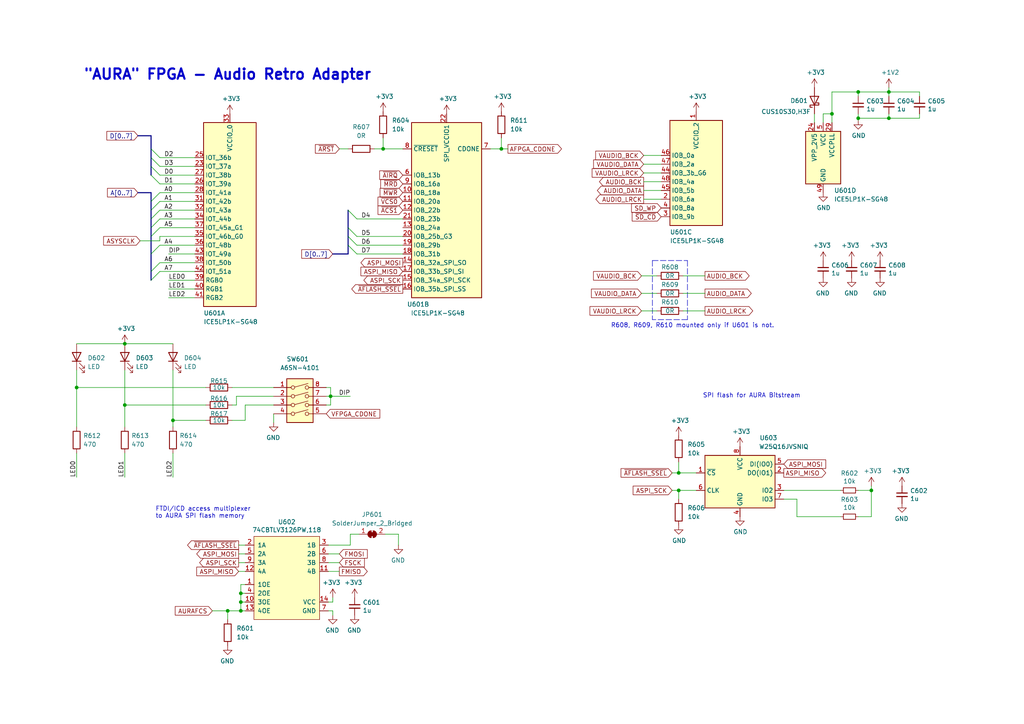
<source format=kicad_sch>
(kicad_sch (version 20211123) (generator eeschema)
  (paper "A4")
  (lib_symbols
    (symbol "Device:C_Small" (pin_numbers hide) (pin_names (offset 0.254) hide)
      (property "Reference" "C" (at 0.254 1.778 0))
      (property "Value" "C_Small" (at 0.254 -2.032 0))
      (symbol "C_Small_0_1"
        (polyline (pts (xy -1.524 -0.508) (xy 1.524 -0.508)) (stroke (width 0.3302)))
        (polyline (pts (xy -1.524 0.508) (xy 1.524 0.508)) (stroke (width 0.3048)))
      )
      (symbol "C_Small_1_1"
        (pin passive line (at 0 2.54 270) (length 2.032) (name "~") (number "1"))
        (pin passive line (at 0 -2.54 90) (length 2.032) (name "~") (number "2"))
      )
    )
    (symbol "Device:D_Schottky" (pin_numbers hide) (pin_names (offset 1.016) hide)
      (property "Reference" "D" (at 0 2.54 0))
      (property "Value" "D_Schottky" (at 0 -2.54 0))
      (symbol "D_Schottky_0_1"
        (polyline (pts (xy 1.27 0) (xy -1.27 0)))
        (polyline (pts (xy 1.27 1.27) (xy 1.27 -1.27) (xy -1.27 0) (xy 1.27 1.27)) (stroke (width 0.254)))
        (polyline (pts (xy -1.905 0.635) (xy -1.905 1.27) (xy -1.27 1.27) (xy -1.27 -1.27) (xy -0.635 -1.27) (xy -0.635 -0.635)) (stroke (width 0.254)))
      )
      (symbol "D_Schottky_1_1"
        (pin passive line (at -3.81 0 0) (length 2.54) (name "K") (number "1"))
        (pin passive line (at 3.81 0 180) (length 2.54) (name "A") (number "2"))
      )
    )
    (symbol "Device:LED" (pin_numbers hide) (pin_names (offset 1.016) hide)
      (property "Reference" "D" (at 0 2.54 0))
      (property "Value" "LED" (at 0 -2.54 0))
      (symbol "LED_0_1"
        (polyline (pts (xy -1.27 -1.27) (xy -1.27 1.27)) (stroke (width 0.254)))
        (polyline (pts (xy -1.27 0) (xy 1.27 0)))
        (polyline (pts (xy 1.27 -1.27) (xy 1.27 1.27) (xy -1.27 0) (xy 1.27 -1.27)) (stroke (width 0.254)))
        (polyline (pts (xy -3.048 -0.762) (xy -4.572 -2.286) (xy -3.81 -2.286) (xy -4.572 -2.286) (xy -4.572 -1.524)))
        (polyline (pts (xy -1.778 -0.762) (xy -3.302 -2.286) (xy -2.54 -2.286) (xy -3.302 -2.286) (xy -3.302 -1.524)))
      )
      (symbol "LED_1_1"
        (pin passive line (at -3.81 0 0) (length 2.54) (name "K") (number "1"))
        (pin passive line (at 3.81 0 180) (length 2.54) (name "A") (number "2"))
      )
    )
    (symbol "Device:R" (pin_numbers hide) (pin_names (offset 0))
      (property "Reference" "R" (at 2.032 0 90))
      (property "Value" "R" (at 0 0 90))
      (symbol "R_0_1"
        (rectangle (start -1.016 -2.54) (end 1.016 2.54) (stroke (width 0.254)))
      )
      (symbol "R_1_1"
        (pin passive line (at 0 3.81 270) (length 1.27) (name "~") (number "1"))
        (pin passive line (at 0 -3.81 90) (length 1.27) (name "~") (number "2"))
      )
    )
    (symbol "Device:R_Small" (pin_numbers hide) (pin_names (offset 0.254) hide)
      (property "Reference" "R" (at 0.762 0.508 0))
      (property "Value" "R_Small" (at 0.762 -1.016 0))
      (symbol "R_Small_0_1"
        (rectangle (start -0.762 1.778) (end 0.762 -1.778) (stroke (width 0.2032)))
      )
      (symbol "R_Small_1_1"
        (pin passive line (at 0 2.54 270) (length 0.762) (name "~") (number "1"))
        (pin passive line (at 0 -2.54 90) (length 0.762) (name "~") (number "2"))
      )
    )
    (symbol "FPGA_Lattice:ICE5LP1K-SG48"
      (property "Reference" "U" (at -8.89 -29.21 0))
      (property "Value" "ICE5LP1K-SG48" (at 0 -31.75 0))
      (symbol "ICE5LP1K-SG48_1_1"
        (rectangle (start -7.62 25.4) (end 7.62 -27.94) (stroke (width 0.254)) (fill (type background)))
        (pin bidirectional line (at -10.16 12.7 0) (length 2.54) (name "IOT_37a") (number "23"))
        (pin bidirectional line (at -10.16 15.24 0) (length 2.54) (name "IOT_36b") (number "25"))
        (pin bidirectional line (at -10.16 7.62 0) (length 2.54) (name "IOT_39a") (number "26"))
        (pin bidirectional line (at -10.16 10.16 0) (length 2.54) (name "IOT_38b") (number "27"))
        (pin bidirectional line (at -10.16 5.08 0) (length 2.54) (name "IOT_41a") (number "28"))
        (pin bidirectional line (at -10.16 2.54 0) (length 2.54) (name "IOT_42b") (number "31"))
        (pin bidirectional line (at -10.16 0 0) (length 2.54) (name "IOT_43a") (number "32"))
        (pin power_in line (at 0 27.94 270) (length 2.54) (name "VCCIO_0") (number "33"))
        (pin bidirectional line (at -10.16 -2.54 0) (length 2.54) (name "IOT_44b") (number "34"))
        (pin bidirectional line (at -10.16 -7.62 0) (length 2.54) (name "IOT_46b_G0") (number "35"))
        (pin bidirectional line (at -10.16 -10.16 0) (length 2.54) (name "IOT_48b") (number "36"))
        (pin bidirectional line (at -10.16 -5.08 0) (length 2.54) (name "IOT_45a_G1") (number "37"))
        (pin bidirectional line (at -10.16 -15.24 0) (length 2.54) (name "IOT_50b") (number "38"))
        (pin open_collector line (at -10.16 -20.32 0) (length 2.54) (name "RGB0") (number "39"))
        (pin open_collector line (at -10.16 -22.86 0) (length 2.54) (name "RGB1") (number "40"))
        (pin open_collector line (at -10.16 -25.4 0) (length 2.54) (name "RGB2") (number "41"))
        (pin bidirectional line (at -10.16 -17.78 0) (length 2.54) (name "IOT_51a") (number "42"))
        (pin bidirectional line (at -10.16 -12.7 0) (length 2.54) (name "IOT_49a") (number "43"))
      )
      (symbol "ICE5LP1K-SG48_2_1"
        (rectangle (start -10.16 25.4) (end 10.16 -25.4) (stroke (width 0.254)) (fill (type background)))
        (pin bidirectional line (at -12.7 5.08 0) (length 2.54) (name "IOB_18a") (number "10"))
        (pin bidirectional line (at -12.7 2.54 0) (length 2.54) (name "IOB_20a") (number "11"))
        (pin bidirectional line (at -12.7 0 0) (length 2.54) (name "IOB_22b") (number "12"))
        (pin bidirectional line (at -12.7 -5.08 0) (length 2.54) (name "IOB_24a") (number "13"))
        (pin bidirectional line (at -12.7 -15.24 0) (length 2.54) (name "IOB_32a_SPI_SO") (number "14"))
        (pin bidirectional line (at -12.7 -20.32 0) (length 2.54) (name "IOB_34a_SPI_SCK") (number "15"))
        (pin bidirectional line (at -12.7 -22.86 0) (length 2.54) (name "IOB_35b_SPI_SS") (number "16"))
        (pin bidirectional line (at -12.7 -17.78 0) (length 2.54) (name "IOB_33b_SPI_SI") (number "17"))
        (pin bidirectional line (at -12.7 -12.7 0) (length 2.54) (name "IOB_31b") (number "18"))
        (pin bidirectional line (at -12.7 -10.16 0) (length 2.54) (name "IOB_29b") (number "19"))
        (pin bidirectional line (at -12.7 -7.62 0) (length 2.54) (name "IOB_25b_G3") (number "20"))
        (pin bidirectional line (at -12.7 -2.54 0) (length 2.54) (name "IOB_23b") (number "21"))
        (pin power_in line (at 0 27.94 270) (length 2.54) (name "SPI_VCCIO1") (number "22"))
        (pin bidirectional line (at -12.7 10.16 0) (length 2.54) (name "IOB_13b") (number "6"))
        (pin open_collector line (at 12.7 17.78 180) (length 2.54) (name "CDONE") (number "7"))
        (pin input line (at -12.7 17.78 0) (length 2.54) (name "~{CRESET}") (number "8"))
        (pin bidirectional line (at -12.7 7.62 0) (length 2.54) (name "IOB_16a") (number "9"))
      )
      (symbol "ICE5LP1K-SG48_3_1"
        (rectangle (start -7.62 15.24) (end 7.62 -15.24) (stroke (width 0.254)) (fill (type background)))
        (pin power_in line (at 0 17.78 270) (length 2.54) (name "VCCIO_2") (number "1"))
        (pin bidirectional line (at -10.16 -7.62 0) (length 2.54) (name "IOB_6a") (number "2"))
        (pin bidirectional line (at -10.16 -12.7 0) (length 2.54) (name "IOB_9b") (number "3"))
        (pin bidirectional line (at -10.16 -10.16 0) (length 2.54) (name "IOB_8a") (number "4"))
        (pin bidirectional line (at -10.16 0 0) (length 2.54) (name "IOB_3b_G6") (number "44"))
        (pin bidirectional line (at -10.16 -5.08 0) (length 2.54) (name "IOB_5b") (number "45"))
        (pin bidirectional line (at -10.16 5.08 0) (length 2.54) (name "IOB_0a") (number "46"))
        (pin bidirectional line (at -10.16 2.54 0) (length 2.54) (name "IOB_2a") (number "47"))
        (pin bidirectional line (at -10.16 -2.54 0) (length 2.54) (name "IOB_4a") (number "48"))
      )
      (symbol "ICE5LP1K-SG48_4_1"
        (rectangle (start -5.08 7.62) (end 5.08 -7.62) (stroke (width 0.254)) (fill (type background)))
        (pin power_in line (at -2.54 10.16 270) (length 2.54) (name "VPP_2V5") (number "24"))
        (pin power_out line (at 2.54 10.16 270) (length 2.54) (name "VCCPLL") (number "29"))
        (pin passive line (at 0 10.16 270) (length 2.54) hide (name "VCC") (number "30"))
        (pin power_in line (at 0 -10.16 90) (length 2.54) (name "GND") (number "49"))
        (pin power_in line (at 0 10.16 270) (length 2.54) (name "VCC") (number "5"))
      )
    )
    (symbol "Jumper:SolderJumper_2_Bridged" (pin_names (offset 0) hide)
      (property "Reference" "JP" (at 0 2.032 0))
      (property "Value" "SolderJumper_2_Bridged" (at 0 -2.54 0))
      (symbol "SolderJumper_2_Bridged_0_1"
        (rectangle (start -0.508 0.508) (end 0.508 -0.508) (fill (type outline)))
        (arc (start -0.254 1.016) (mid -1.27 0) (end -0.254 -1.016))
        (arc (start -0.254 1.016) (mid -1.27 0) (end -0.254 -1.016) (fill (type outline)))
        (polyline (pts (xy -0.254 1.016) (xy -0.254 -1.016)))
        (polyline (pts (xy 0.254 1.016) (xy 0.254 -1.016)))
        (arc (start 0.254 -1.016) (mid 1.27 0) (end 0.254 1.016))
        (arc (start 0.254 -1.016) (mid 1.27 0) (end 0.254 1.016) (fill (type outline)))
      )
      (symbol "SolderJumper_2_Bridged_1_1"
        (pin passive line (at -3.81 0 0) (length 2.54) (name "A") (number "1"))
        (pin passive line (at 3.81 0 180) (length 2.54) (name "B") (number "2"))
      )
    )
    (symbol "Memory_Flash:W25Q32JVSS"
      (property "Reference" "U" (at -8.89 8.89 0))
      (property "Value" "W25Q32JVSS" (at 7.62 8.89 0))
      (symbol "W25Q32JVSS_0_1"
        (rectangle (start -10.16 7.62) (end 10.16 -7.62) (stroke (width 0.254)) (fill (type background)))
      )
      (symbol "W25Q32JVSS_1_1"
        (pin input line (at -12.7 2.54 0) (length 2.54) (name "~{CS}") (number "1"))
        (pin bidirectional line (at 12.7 2.54 180) (length 2.54) (name "DO(IO1)") (number "2"))
        (pin bidirectional line (at 12.7 -2.54 180) (length 2.54) (name "IO2") (number "3"))
        (pin power_in line (at 0 -10.16 90) (length 2.54) (name "GND") (number "4"))
        (pin bidirectional line (at 12.7 5.08 180) (length 2.54) (name "DI(IO0)") (number "5"))
        (pin input line (at -12.7 -2.54 0) (length 2.54) (name "CLK") (number "6"))
        (pin bidirectional line (at 12.7 -5.08 180) (length 2.54) (name "IO3") (number "7"))
        (pin power_in line (at 0 10.16 270) (length 2.54) (name "VCC") (number "8"))
      )
    )
    (symbol "Switch:SW_DIP_x04" (pin_names (offset 0) hide)
      (property "Reference" "SW" (at 0 8.89 0))
      (property "Value" "SW_DIP_x04" (at 0 -6.35 0))
      (symbol "SW_DIP_x04_0_0"
        (circle (center -2.032 -2.54) (radius 0.508))
        (circle (center -2.032 0) (radius 0.508))
        (circle (center -2.032 2.54) (radius 0.508))
        (circle (center -2.032 5.08) (radius 0.508))
        (polyline (pts (xy -1.524 -2.3876) (xy 2.3622 -1.3462)))
        (polyline (pts (xy -1.524 0.127) (xy 2.3622 1.1684)))
        (polyline (pts (xy -1.524 2.667) (xy 2.3622 3.7084)))
        (polyline (pts (xy -1.524 5.207) (xy 2.3622 6.2484)))
        (circle (center 2.032 -2.54) (radius 0.508))
        (circle (center 2.032 0) (radius 0.508))
        (circle (center 2.032 2.54) (radius 0.508))
        (circle (center 2.032 5.08) (radius 0.508))
      )
      (symbol "SW_DIP_x04_0_1"
        (rectangle (start -3.81 7.62) (end 3.81 -5.08) (stroke (width 0.254)) (fill (type background)))
      )
      (symbol "SW_DIP_x04_1_1"
        (pin passive line (at -7.62 5.08 0) (length 5.08) (name "~") (number "1"))
        (pin passive line (at -7.62 2.54 0) (length 5.08) (name "~") (number "2"))
        (pin passive line (at -7.62 0 0) (length 5.08) (name "~") (number "3"))
        (pin passive line (at -7.62 -2.54 0) (length 5.08) (name "~") (number "4"))
        (pin passive line (at 7.62 -2.54 180) (length 5.08) (name "~") (number "5"))
        (pin passive line (at 7.62 0 180) (length 5.08) (name "~") (number "6"))
        (pin passive line (at 7.62 2.54 180) (length 5.08) (name "~") (number "7"))
        (pin passive line (at 7.62 5.08 180) (length 5.08) (name "~") (number "8"))
      )
    )
    (symbol "power:+1V2" (power) (pin_names (offset 0))
      (property "Value" "+1V2" (at 0 3.556 0))
      (symbol "+1V2_0_1"
        (polyline (pts (xy -0.762 1.27) (xy 0 2.54)))
        (polyline (pts (xy 0 0) (xy 0 2.54)))
        (polyline (pts (xy 0 2.54) (xy 0.762 1.27)))
      )
      (symbol "+1V2_1_1"
        (pin power_in line (at 0 0 90) (length 0) hide (name "+1V2") (number "1"))
      )
    )
    (symbol "power:+3V3" (power) (pin_names (offset 0))
      (property "Value" "+3V3" (at 0 3.556 0))
      (symbol "+3V3_0_1"
        (polyline (pts (xy -0.762 1.27) (xy 0 2.54)))
        (polyline (pts (xy 0 0) (xy 0 2.54)))
        (polyline (pts (xy 0 2.54) (xy 0.762 1.27)))
      )
      (symbol "+3V3_1_1"
        (pin power_in line (at 0 0 90) (length 0) hide (name "+3V3") (number "1"))
      )
    )
    (symbol "power:GND" (power) (pin_names (offset 0))
      (property "Value" "GND" (at 0 -3.81 0))
      (symbol "GND_0_1"
        (polyline (pts (xy 0 0) (xy 0 -1.27) (xy 1.27 -1.27) (xy 0 -2.54) (xy -1.27 -1.27) (xy 0 -1.27)))
      )
      (symbol "GND_1_1"
        (pin power_in line (at 0 0 270) (length 0) hide (name "GND") (number "1"))
      )
    )
    (symbol "vera-module:74CBTLV3126PW,118" (pin_names (offset 1.016))
      (property "Reference" "U" (at 1.27 1.27 0))
      (property "Value" "74CBTLV3126PW,118" (at 7.62 -25.4 0))
      (symbol "74CBTLV3126PW,118_0_1"
        (rectangle (start 0 0) (end 19.05 -24.13) (fill (type background)))
      )
      (symbol "74CBTLV3126PW,118_1_1"
        (pin input line (at -2.54 -13.97 0) (length 2.54) (name "1OE") (number "1"))
        (pin input line (at -2.54 -19.05 0) (length 2.54) (name "3OE") (number "10"))
        (pin bidirectional line (at 21.59 -10.16 180) (length 2.54) (name "4B") (number "11"))
        (pin bidirectional line (at -2.54 -10.16 0) (length 2.54) (name "4A") (number "12"))
        (pin input line (at -2.54 -21.59 0) (length 2.54) (name "4OE") (number "13"))
        (pin power_in line (at 21.59 -19.05 180) (length 2.54) (name "VCC") (number "14"))
        (pin bidirectional line (at -2.54 -2.54 0) (length 2.54) (name "1A") (number "2"))
        (pin bidirectional line (at 21.59 -2.54 180) (length 2.54) (name "1B") (number "3"))
        (pin input line (at -2.54 -16.51 0) (length 2.54) (name "2OE") (number "4"))
        (pin bidirectional line (at -2.54 -5.08 0) (length 2.54) (name "2A") (number "5"))
        (pin bidirectional line (at 21.59 -5.08 180) (length 2.54) (name "2B") (number "6"))
        (pin power_in line (at 21.59 -21.59 180) (length 2.54) (name "GND") (number "7"))
        (pin bidirectional line (at 21.59 -7.62 180) (length 2.54) (name "3B") (number "8"))
        (pin bidirectional line (at -2.54 -7.62 0) (length 2.54) (name "3A") (number "9"))
      )
    )
  )
  (junction (at 66.04 177.165))
  (junction (at 69.85 177.165))
  (junction (at 248.92 34.29))
  (junction (at 69.85 172.085))
  (junction (at 196.85 142.24))
  (junction (at 36.195 99.695))
  (junction (at 36.195 117.475))
  (junction (at 69.85 174.625))
  (junction (at 257.81 34.29))
  (junction (at 248.92 26.67))
  (junction (at 241.3 33.02))
  (junction (at 22.225 112.395))
  (junction (at 257.81 26.67))
  (junction (at 95.885 114.935))
  (junction (at 196.85 137.16))
  (junction (at 252.73 142.24))
  (junction (at 50.165 121.92))
  (junction (at 111.125 43.18))
  (junction (at 145.415 43.18))
  (bus_entry (at 43.815 66.04) (size 2.54 -2.54))
  (bus_entry (at 43.815 60.96) (size 2.54 -2.54))
  (bus_entry (at 43.815 58.42) (size 2.54 -2.54))
  (bus_entry (at 100.965 71.12) (size 2.54 2.54))
  (bus_entry (at 43.815 43.18) (size 2.54 2.54))
  (bus_entry (at 100.965 68.58) (size 2.54 2.54))
  (bus_entry (at 100.965 66.04) (size 2.54 2.54))
  (bus_entry (at 100.965 60.96) (size 2.54 2.54))
  (bus_entry (at 43.815 81.28) (size 2.54 -2.54))
  (bus_entry (at 43.815 78.74) (size 2.54 -2.54))
  (bus_entry (at 43.815 63.5) (size 2.54 -2.54))
  (bus_entry (at 43.815 45.72) (size 2.54 2.54))
  (bus_entry (at 43.815 48.26) (size 2.54 2.54))
  (bus_entry (at 43.815 73.66) (size 2.54 -2.54))
  (bus_entry (at 43.815 50.8) (size 2.54 2.54))
  (bus_entry (at 43.815 68.58) (size 2.54 -2.54))
  (bus (pts (xy 43.815 58.42) (xy 43.815 60.96)))
  (wire (pts (xy 46.355 55.88) (xy 56.515 55.88)))
  (wire (pts (xy 46.355 50.8) (xy 56.515 50.8)))
  (wire (pts (xy 103.505 71.12) (xy 116.84 71.12)))
  (wire (pts (xy 79.375 120.015) (xy 79.375 122.555)))
  (wire (pts (xy 71.12 121.92) (xy 67.31 121.92)))
  (wire (pts (xy 56.515 53.34) (xy 46.355 53.34)))
  (wire (pts (xy 46.355 68.58) (xy 46.355 69.85)))
  (wire (pts (xy 71.12 117.475) (xy 71.12 121.92)))
  (wire (pts (xy 36.195 107.315) (xy 36.195 117.475)))
  (wire (pts (xy 186.69 55.245) (xy 191.77 55.245)))
  (wire (pts (xy 248.92 149.86) (xy 252.73 149.86)))
  (wire (pts (xy 46.355 78.74) (xy 56.515 78.74)))
  (wire (pts (xy 103.505 68.58) (xy 116.84 68.58)))
  (wire (pts (xy 48.895 83.82) (xy 56.515 83.82)))
  (wire (pts (xy 67.31 112.395) (xy 79.375 112.395)))
  (wire (pts (xy 98.425 160.655) (xy 95.25 160.655)))
  (wire (pts (xy 46.355 66.04) (xy 56.515 66.04)))
  (wire (pts (xy 95.885 114.935) (xy 101.6 114.935)))
  (wire (pts (xy 69.85 177.165) (xy 71.12 177.165)))
  (wire (pts (xy 198.12 80.01) (xy 204.47 80.01)))
  (wire (pts (xy 238.76 35.56) (xy 238.76 33.02)))
  (wire (pts (xy 46.355 60.96) (xy 56.515 60.96)))
  (polyline (pts (xy 199.39 92.71) (xy 189.23 92.71)))
  (bus (pts (xy 43.815 66.04) (xy 43.815 68.58)))
  (wire (pts (xy 196.85 133.985) (xy 196.85 137.16)))
  (wire (pts (xy 241.3 33.02) (xy 241.3 26.67)))
  (wire (pts (xy 252.73 149.86) (xy 252.73 142.24)))
  (bus (pts (xy 40.005 39.37) (xy 43.815 39.37)))
  (bus (pts (xy 43.815 60.96) (xy 43.815 63.5)))
  (wire (pts (xy 198.12 90.17) (xy 204.47 90.17)))
  (wire (pts (xy 257.81 34.29) (xy 257.81 33.02)))
  (wire (pts (xy 69.215 165.735) (xy 71.12 165.735)))
  (bus (pts (xy 43.815 73.66) (xy 43.815 78.74)))
  (wire (pts (xy 96.52 177.165) (xy 96.52 178.435)))
  (wire (pts (xy 238.76 33.02) (xy 241.3 33.02)))
  (wire (pts (xy 46.355 48.26) (xy 56.515 48.26)))
  (wire (pts (xy 46.355 76.2) (xy 56.515 76.2)))
  (wire (pts (xy 56.515 68.58) (xy 46.355 68.58)))
  (wire (pts (xy 95.25 174.625) (xy 96.52 174.625)))
  (wire (pts (xy 196.85 142.24) (xy 196.85 144.78)))
  (wire (pts (xy 196.85 137.16) (xy 201.93 137.16)))
  (bus (pts (xy 43.815 43.18) (xy 43.815 39.37)))
  (wire (pts (xy 95.885 112.395) (xy 94.615 112.395)))
  (wire (pts (xy 46.355 45.72) (xy 56.515 45.72)))
  (wire (pts (xy 71.12 172.085) (xy 69.85 172.085)))
  (wire (pts (xy 194.945 142.24) (xy 196.85 142.24)))
  (wire (pts (xy 79.375 114.935) (xy 68.58 114.935)))
  (wire (pts (xy 266.7 34.29) (xy 266.7 33.02)))
  (wire (pts (xy 95.25 163.195) (xy 98.425 163.195)))
  (wire (pts (xy 252.73 142.24) (xy 252.73 140.97)))
  (wire (pts (xy 186.69 45.085) (xy 191.77 45.085)))
  (wire (pts (xy 145.415 40.005) (xy 145.415 43.18)))
  (wire (pts (xy 243.84 149.86) (xy 231.14 149.86)))
  (wire (pts (xy 48.895 81.28) (xy 56.515 81.28)))
  (wire (pts (xy 103.505 73.66) (xy 116.84 73.66)))
  (wire (pts (xy 22.225 112.395) (xy 22.225 123.825)))
  (wire (pts (xy 94.615 114.935) (xy 95.885 114.935)))
  (wire (pts (xy 236.22 33.02) (xy 236.22 35.56)))
  (wire (pts (xy 69.85 174.625) (xy 69.85 177.165)))
  (polyline (pts (xy 189.23 75.565) (xy 199.39 75.565)))
  (wire (pts (xy 116.84 43.18) (xy 111.125 43.18)))
  (bus (pts (xy 100.965 73.66) (xy 100.965 71.12)))
  (wire (pts (xy 196.85 142.24) (xy 201.93 142.24)))
  (wire (pts (xy 186.69 47.625) (xy 191.77 47.625)))
  (wire (pts (xy 95.25 177.165) (xy 96.52 177.165)))
  (wire (pts (xy 227.33 144.78) (xy 231.14 144.78)))
  (wire (pts (xy 50.165 121.92) (xy 59.69 121.92)))
  (bus (pts (xy 43.815 55.88) (xy 43.815 58.42)))
  (wire (pts (xy 145.415 43.18) (xy 147.32 43.18)))
  (wire (pts (xy 248.92 34.29) (xy 248.92 34.925)))
  (polyline (pts (xy 199.39 75.565) (xy 199.39 92.71)))
  (wire (pts (xy 186.055 90.17) (xy 190.5 90.17)))
  (wire (pts (xy 101.6 158.115) (xy 95.25 158.115)))
  (wire (pts (xy 101.6 154.94) (xy 101.6 158.115)))
  (wire (pts (xy 103.505 63.5) (xy 116.84 63.5)))
  (wire (pts (xy 40.64 69.85) (xy 46.355 69.85)))
  (wire (pts (xy 50.165 123.825) (xy 50.165 121.92)))
  (bus (pts (xy 43.815 50.8) (xy 43.815 48.26)))
  (wire (pts (xy 96.52 174.625) (xy 96.52 173.355)))
  (wire (pts (xy 48.895 86.36) (xy 56.515 86.36)))
  (wire (pts (xy 142.24 43.18) (xy 145.415 43.18)))
  (bus (pts (xy 43.815 68.58) (xy 43.815 73.66)))
  (wire (pts (xy 266.7 26.67) (xy 257.81 26.67)))
  (wire (pts (xy 186.69 50.165) (xy 191.77 50.165)))
  (wire (pts (xy 69.215 158.115) (xy 71.12 158.115)))
  (bus (pts (xy 43.815 78.74) (xy 43.815 81.28)))
  (wire (pts (xy 231.14 149.86) (xy 231.14 144.78)))
  (wire (pts (xy 36.195 117.475) (xy 59.69 117.475)))
  (bus (pts (xy 96.52 73.66) (xy 100.965 73.66)))
  (wire (pts (xy 186.69 52.705) (xy 191.77 52.705)))
  (wire (pts (xy 95.885 117.475) (xy 95.885 114.935)))
  (wire (pts (xy 69.215 160.655) (xy 71.12 160.655)))
  (wire (pts (xy 36.195 99.695) (xy 50.165 99.695)))
  (wire (pts (xy 95.885 114.935) (xy 95.885 112.395)))
  (wire (pts (xy 241.3 26.67) (xy 248.92 26.67)))
  (wire (pts (xy 248.92 34.29) (xy 257.81 34.29)))
  (wire (pts (xy 69.85 169.545) (xy 69.85 172.085)))
  (bus (pts (xy 43.815 63.5) (xy 43.815 66.04)))
  (wire (pts (xy 22.225 99.695) (xy 36.195 99.695)))
  (bus (pts (xy 40.005 55.88) (xy 43.815 55.88)))
  (polyline (pts (xy 189.23 75.565) (xy 189.23 92.71)))
  (wire (pts (xy 68.58 114.935) (xy 68.58 117.475)))
  (wire (pts (xy 111.76 154.94) (xy 115.57 154.94)))
  (wire (pts (xy 252.73 142.24) (xy 248.92 142.24)))
  (wire (pts (xy 198.12 85.09) (xy 204.47 85.09)))
  (wire (pts (xy 50.165 107.315) (xy 50.165 121.92)))
  (wire (pts (xy 69.85 172.085) (xy 69.85 174.625)))
  (wire (pts (xy 111.125 43.18) (xy 111.125 40.005)))
  (wire (pts (xy 79.375 117.475) (xy 71.12 117.475)))
  (wire (pts (xy 266.7 27.94) (xy 266.7 26.67)))
  (wire (pts (xy 48.895 73.66) (xy 56.515 73.66)))
  (wire (pts (xy 115.57 154.94) (xy 115.57 158.115)))
  (wire (pts (xy 257.81 34.29) (xy 266.7 34.29)))
  (wire (pts (xy 69.215 163.195) (xy 71.12 163.195)))
  (wire (pts (xy 66.04 179.705) (xy 66.04 177.165)))
  (wire (pts (xy 186.69 57.785) (xy 191.77 57.785)))
  (wire (pts (xy 50.165 131.445) (xy 50.165 138.43)))
  (wire (pts (xy 61.595 177.165) (xy 66.04 177.165)))
  (bus (pts (xy 100.965 68.58) (xy 100.965 66.04)))
  (wire (pts (xy 36.195 117.475) (xy 36.195 123.825)))
  (wire (pts (xy 108.585 43.18) (xy 111.125 43.18)))
  (wire (pts (xy 36.195 131.445) (xy 36.195 138.43)))
  (bus (pts (xy 43.815 45.72) (xy 43.815 43.18)))
  (wire (pts (xy 104.14 154.94) (xy 101.6 154.94)))
  (wire (pts (xy 257.81 26.67) (xy 248.92 26.67)))
  (wire (pts (xy 194.945 137.16) (xy 196.85 137.16)))
  (wire (pts (xy 22.225 112.395) (xy 59.69 112.395)))
  (bus (pts (xy 100.965 66.04) (xy 100.965 60.96)))
  (wire (pts (xy 98.425 43.18) (xy 100.965 43.18)))
  (wire (pts (xy 241.3 33.02) (xy 241.3 35.56)))
  (wire (pts (xy 46.355 71.12) (xy 56.515 71.12)))
  (wire (pts (xy 22.225 107.315) (xy 22.225 112.395)))
  (wire (pts (xy 22.225 131.445) (xy 22.225 138.43)))
  (wire (pts (xy 257.81 26.67) (xy 257.81 27.94)))
  (wire (pts (xy 95.25 165.735) (xy 98.425 165.735)))
  (wire (pts (xy 186.055 80.01) (xy 190.5 80.01)))
  (wire (pts (xy 71.12 169.545) (xy 69.85 169.545)))
  (wire (pts (xy 248.92 33.02) (xy 248.92 34.29)))
  (bus (pts (xy 43.815 48.26) (xy 43.815 45.72)))
  (wire (pts (xy 46.355 58.42) (xy 56.515 58.42)))
  (bus (pts (xy 100.965 71.12) (xy 100.965 68.58)))
  (wire (pts (xy 46.355 63.5) (xy 56.515 63.5)))
  (wire (pts (xy 68.58 117.475) (xy 67.31 117.475)))
  (wire (pts (xy 186.055 85.09) (xy 190.5 85.09)))
  (wire (pts (xy 257.81 25.4) (xy 257.81 26.67)))
  (wire (pts (xy 94.615 117.475) (xy 95.885 117.475)))
  (wire (pts (xy 66.04 177.165) (xy 69.85 177.165)))
  (wire (pts (xy 227.33 142.24) (xy 243.84 142.24)))
  (wire (pts (xy 248.92 26.67) (xy 248.92 27.94)))
  (wire (pts (xy 71.12 174.625) (xy 69.85 174.625)))
  (text "R608, R609, R610 mounted only if U601 is not." (at 177.165 95.25 0) (effects (font (size 1.27 1.27)) (justify left bottom)))
  (text "\"AURA\" FPGA - Audio Retro Adapter" (at 24.13 23.495 0) (effects (font (size 3 3) (thickness 0.6) bold) (justify left bottom)))
  (text "TBD: LED footprint" (at -65.405 75.565 0) (effects (font (size 3 3)) (justify left bottom)))
  (text "FTDI/ICD access multiplexer \nto AURA SPI flash memory " (at 45.085 150.495 0) (effects (font (size 1.27 1.27)) (justify left bottom)))
  (text "SPI flash for AURA Bitstream" (at 203.835 115.57 0) (effects (font (size 1.27 1.27)) (justify left bottom)))
  (text "TBD: \n* add CDONE LED\n* add user btn" (at -83.185 100.965 0) (effects (font (size 3 3)) (justify left bottom)))
  (label "A4" (at 47.625 71.12 0))
  (label "D6" (at 104.775 71.12 0))
  (label "A1" (at 47.625 58.42 0))
  (label "A6" (at 47.625 76.2 0))
  (label "LED0" (at 22.225 138.43 90))
  (label "LED2" (at 48.895 86.36 0))
  (label "D2" (at 47.625 45.72 0))
  (label "D5" (at 104.775 68.58 0))
  (label "A0" (at 47.625 55.88 0))
  (label "A2" (at 47.625 60.96 0))
  (label "LED2" (at 50.165 138.43 90))
  (label "D7" (at 104.775 73.66 0))
  (label "A7" (at 47.625 78.74 0))
  (label "LED0" (at 48.895 81.28 0))
  (label "A5" (at 47.625 66.04 0))
  (label "D0" (at 47.625 50.8 0))
  (label "LED1" (at 36.195 138.43 90))
  (label "LED1" (at 48.895 83.82 0))
  (label "D1" (at 47.625 53.34 0))
  (label "D3" (at 47.625 48.26 0))
  (label "D4" (at 104.775 63.5 0))
  (label "DIP" (at 101.6 114.935 180))
  (label "A3" (at 47.625 63.5 0))
  (label "DIP" (at 48.895 73.66 0))
  (global_label "VAUDIO_BCK" (shape input) (at 186.055 80.01 180) (property "Intersheet References" "${INTERSHEET_REFS}" (effects hide)))
  (global_label "~{AFLASH_SSEL}" (shape output) (at 69.215 158.115 180) (property "Intersheet References" "${INTERSHEET_REFS}" (effects hide)))
  (global_label "~{AFLASH_SSEL}" (shape input) (at 194.945 137.16 180) (property "Intersheet References" "${INTERSHEET_REFS}" (effects hide)))
  (global_label "AUDIO_DATA" (shape output) (at 204.47 85.09 0) (property "Intersheet References" "${INTERSHEET_REFS}" (effects hide)))
  (global_label "AFPGA_CDONE" (shape output) (at 147.32 43.18 0) (property "Reference mezi listy" "${INTERSHEET_REFS}" (effects hide)))
  (global_label "ASPI_SCK" (shape output) (at 69.215 163.195 180) (property "Intersheet References" "${INTERSHEET_REFS}" (effects hide)))
  (global_label "~{VCS0}" (shape input) (at 116.84 58.42 180) (property "Intersheet References" "${INTERSHEET_REFS}" (effects hide)))
  (global_label "AUDIO_LRCK" (shape output) (at 204.47 90.17 0) (property "Intersheet References" "${INTERSHEET_REFS}" (effects hide)))
  (global_label "VAUDIO_LRCK" (shape input) (at 186.69 50.165 180) (property "Intersheet References" "${INTERSHEET_REFS}" (effects hide)))
  (global_label "AUDIO_BCK" (shape output) (at 204.47 80.01 0) (property "Intersheet References" "${INTERSHEET_REFS}" (effects hide)))
  (global_label "D[0..7]" (shape input) (at 40.005 39.37 180) (property "Intersheet References" "${INTERSHEET_REFS}" (effects hide)))
  (global_label "~{SD_CD}" (shape input) (at 191.77 62.865 180) (property "Intersheet References" "${INTERSHEET_REFS}" (effects hide)))
  (global_label "~{AIRQ}" (shape input) (at 116.84 50.8 180) (property "Intersheet References" "${INTERSHEET_REFS}" (effects hide)))
  (global_label "ASYSCLK" (shape input) (at 40.64 69.85 180) (property "Intersheet References" "${INTERSHEET_REFS}" (effects hide)))
  (global_label "ASPI_MISO" (shape input) (at 116.84 78.74 180) (property "Intersheet References" "${INTERSHEET_REFS}" (effects hide)))
  (global_label "ASPI_MOSI" (shape output) (at 116.84 76.2 180) (property "Intersheet References" "${INTERSHEET_REFS}" (effects hide)))
  (global_label "ASPI_SCK" (shape output) (at 116.84 81.28 180) (property "Intersheet References" "${INTERSHEET_REFS}" (effects hide)))
  (global_label "ASPI_MISO" (shape input) (at 69.215 165.735 180) (property "Intersheet References" "${INTERSHEET_REFS}" (effects hide)))
  (global_label "ASPI_MOSI" (shape output) (at 69.215 160.655 180) (property "Intersheet References" "${INTERSHEET_REFS}" (effects hide)))
  (global_label "VAUDIO_DATA" (shape input) (at 186.69 47.625 180) (property "Intersheet References" "${INTERSHEET_REFS}" (effects hide)))
  (global_label "VAUDIO_DATA" (shape input) (at 186.055 85.09 180) (property "Intersheet References" "${INTERSHEET_REFS}" (effects hide)))
  (global_label "~{ARST}" (shape input) (at 98.425 43.18 180) (property "Intersheet References" "${INTERSHEET_REFS}" (effects hide)))
  (global_label "AUDIO_BCK" (shape output) (at 186.69 52.705 180) (property "Intersheet References" "${INTERSHEET_REFS}" (effects hide)))
  (global_label "FSCK" (shape input) (at 98.425 163.195 0) (property "Intersheet References" "${INTERSHEET_REFS}" (effects hide)))
  (global_label "AURAFCS" (shape input) (at 61.595 177.165 180) (property "Intersheet References" "${INTERSHEET_REFS}" (effects hide)))
  (global_label "~{MWR}" (shape input) (at 116.84 55.88 180) (property "Intersheet References" "${INTERSHEET_REFS}" (effects hide)))
  (global_label "AUDIO_LRCK" (shape output) (at 186.69 57.785 180) (property "Intersheet References" "${INTERSHEET_REFS}" (effects hide)))
  (global_label "VAUDIO_LRCK" (shape input) (at 186.055 90.17 180) (property "Intersheet References" "${INTERSHEET_REFS}" (effects hide)))
  (global_label "FMOSI" (shape input) (at 98.425 160.655 0) (property "Intersheet References" "${INTERSHEET_REFS}" (effects hide)))
  (global_label "VAUDIO_BCK" (shape input) (at 186.69 45.085 180) (property "Intersheet References" "${INTERSHEET_REFS}" (effects hide)))
  (global_label "AUDIO_DATA" (shape output) (at 186.69 55.245 180) (property "Intersheet References" "${INTERSHEET_REFS}" (effects hide)))
  (global_label "D[0..7]" (shape input) (at 96.52 73.66 180) (property "Intersheet References" "${INTERSHEET_REFS}" (effects hide)))
  (global_label "~{ACS1}" (shape input) (at 116.84 60.96 180) (property "Intersheet References" "${INTERSHEET_REFS}" (effects hide)))
  (global_label "A[0..7]" (shape input) (at 40.005 55.88 180) (property "Intersheet References" "${INTERSHEET_REFS}" (effects hide)))
  (global_label "SD_WP" (shape input) (at 191.77 60.325 180) (property "Intersheet References" "${INTERSHEET_REFS}" (effects hide)))
  (global_label "VFPGA_CDONE" (shape input) (at 94.615 120.015 0) (property "Intersheet References" "${INTERSHEET_REFS}" (effects hide)))
  (global_label "~{MRD}" (shape input) (at 116.84 53.34 180) (property "Intersheet References" "${INTERSHEET_REFS}" (effects hide)))
  (global_label "ASPI_SCK" (shape input) (at 194.945 142.24 180) (property "Intersheet References" "${INTERSHEET_REFS}" (effects hide)))
  (global_label "ASPI_MOSI" (shape input) (at 227.33 134.62 0) (property "Intersheet References" "${INTERSHEET_REFS}" (effects hide)))
  (global_label "FMISO" (shape output) (at 98.425 165.735 0) (property "Intersheet References" "${INTERSHEET_REFS}" (effects hide)))
  (global_label "~{AFLASH_SSEL}" (shape output) (at 116.84 83.82 180) (property "Intersheet References" "${INTERSHEET_REFS}" (effects hide)))
  (global_label "ASPI_MISO" (shape output) (at 227.33 137.16 0) (property "Intersheet References" "${INTERSHEET_REFS}" (effects hide)))
  (symbol (lib_id "Device:C_Small") (at 247.015 78.105 0) (unit 1)
    (property "Reference" "C607" (at 249.3518 76.9366 0) (effects (justify left)))
    (property "Value" "1u" (at 249.3518 79.248 0) (effects (justify left)))
    (property "Footprint" "Capacitor_SMD:C_0603_1608Metric_Pad1.08x0.95mm_HandSolder" (effects hide))
  )
  (symbol (lib_id "power:GND") (at 238.76 80.645 0) (mirror y) (unit 1)
    (property "Reference" "#PWR0623" (effects hide))
    (property "Value" "GND" (at 238.633 85.0392 0))
  )
  (symbol (lib_id "power:GND") (at 96.52 178.435 0) (mirror y) (unit 1)
    (property "Reference" "#PWR0604" (effects hide))
    (property "Value" "GND" (at 96.393 182.8292 0))
  )
  (symbol (lib_id "power:+3V3") (at 196.85 126.365 0) (unit 1)
    (property "Reference" "#PWR0617" (effects hide))
    (property "Value" "+3V3" (at 197.231 121.9708 0))
  )
  (symbol (lib_id "Device:R_Small") (at 246.38 149.86 270) (unit 1)
    (property "Reference" "R603" (at 246.38 144.8816 90))
    (property "Value" "10k" (at 246.38 147.193 90))
    (property "Footprint" "Resistor_SMD:R_0603_1608Metric_Pad0.98x0.95mm_HandSolder" (effects hide))
  )
  (symbol (lib_id "power:+3V3") (at 36.195 99.695 0) (unit 1)
    (property "Reference" "#PWR0629" (effects hide))
    (property "Value" "+3V3" (at 36.576 95.3008 0))
  )
  (symbol (lib_id "Device:R") (at 63.5 121.92 90) (unit 1)
    (property "Reference" "R617" (at 63.5 120.015 90))
    (property "Value" "10k" (at 63.5 121.92 90))
    (property "Footprint" "Resistor_SMD:R_0603_1608Metric_Pad0.98x0.95mm_HandSolder" (effects hide))
  )
  (symbol (lib_id "FPGA_Lattice:ICE5LP1K-SG48") (at 238.76 45.72 0) (unit 4)
    (property "Reference" "U601" (at 241.935 55.245 0) (effects (justify left)))
    (property "Value" "ICE5LP1K-SG48" (at 241.935 57.785 0) (effects (justify left)))
    (property "Footprint" "Package_DFN_QFN:QFN-48-1EP_7x7mm_P0.5mm_EP5.6x5.6mm" (effects hide))
    (property "Datasheet" "http://www.latticesemi.com/Products/FPGAandCPLD/iCE40Ultra" (effects hide))
  )
  (symbol (lib_id "power:+3V3") (at 66.675 33.02 0) (unit 1)
    (property "Reference" "#PWR0602" (effects hide))
    (property "Value" "+3V3" (at 67.056 28.6258 0))
  )
  (symbol (lib_id "Device:R") (at 194.31 85.09 90) (mirror x) (unit 1) (in_bom no)
    (property "Reference" "R609" (at 194.31 82.55 90))
    (property "Value" "0R" (at 194.31 85.09 90))
    (property "Footprint" "Resistor_SMD:R_0603_1608Metric_Pad0.98x0.95mm_HandSolder" (effects hide))
  )
  (symbol (lib_id "Device:R") (at 196.85 148.59 0) (mirror y) (unit 1)
    (property "Reference" "R606" (at 199.39 147.3199 0) (effects (justify right)))
    (property "Value" "10k" (at 199.39 149.8599 0) (effects (justify right)))
    (property "Footprint" "Resistor_SMD:R_0603_1608Metric_Pad0.98x0.95mm_HandSolder" (effects hide))
  )
  (symbol (lib_id "Device:C_Small") (at 238.76 78.105 0) (unit 1)
    (property "Reference" "C606" (at 241.0968 76.9366 0) (effects (justify left)))
    (property "Value" "1u" (at 241.0968 79.248 0) (effects (justify left)))
    (property "Footprint" "Capacitor_SMD:C_0603_1608Metric_Pad1.08x0.95mm_HandSolder" (effects hide))
  )
  (symbol (lib_id "power:GND") (at 102.87 178.435 0) (mirror y) (unit 1)
    (property "Reference" "#PWR0606" (effects hide))
    (property "Value" "GND" (at 102.743 182.8292 0))
  )
  (symbol (lib_id "power:+3V3") (at 255.27 75.565 0) (mirror y) (unit 1)
    (property "Reference" "#PWR0626" (effects hide))
    (property "Value" "+3V3" (at 254.889 71.1708 0))
  )
  (symbol (lib_id "power:GND") (at 115.57 158.115 0) (mirror y) (unit 1)
    (property "Reference" "#PWR0608" (effects hide))
    (property "Value" "GND" (at 115.443 162.5092 0))
  )
  (symbol (lib_id "Device:LED") (at 22.225 103.505 90) (unit 1)
    (property "Reference" "D602" (at 25.4 103.8224 90) (effects (justify right)))
    (property "Value" "LED" (at 25.4 106.3624 90) (effects (justify right)))
  )
  (symbol (lib_id "FPGA_Lattice:ICE5LP1K-SG48") (at 66.675 60.96 0) (unit 1)
    (property "Reference" "U601" (at 59.055 90.805 0) (effects (justify left)))
    (property "Value" "ICE5LP1K-SG48" (at 59.055 93.345 0) (effects (justify left)))
    (property "Footprint" "Package_DFN_QFN:QFN-48-1EP_7x7mm_P0.5mm_EP5.6x5.6mm" (effects hide))
    (property "Datasheet" "http://www.latticesemi.com/Products/FPGAandCPLD/iCE40Ultra" (effects hide))
  )
  (symbol (lib_id "Device:R") (at 104.775 43.18 90) (mirror x) (unit 1)
    (property "Reference" "R607" (at 104.775 36.83 90))
    (property "Value" "0R" (at 104.775 39.37 90))
    (property "Footprint" "Resistor_SMD:R_0603_1608Metric_Pad0.98x0.95mm_HandSolder" (effects hide))
  )
  (symbol (lib_id "power:+3V3") (at 236.22 25.4 0) (unit 1)
    (property "Reference" "#PWR0619" (effects hide))
    (property "Value" "+3V3" (at 236.601 21.0058 0))
  )
  (symbol (lib_id "FPGA_Lattice:ICE5LP1K-SG48") (at 129.54 60.96 0) (unit 2)
    (property "Reference" "U601" (at 121.285 88.265 0))
    (property "Value" "ICE5LP1K-SG48" (at 127 90.805 0))
    (property "Footprint" "Package_DFN_QFN:QFN-48-1EP_7x7mm_P0.5mm_EP5.6x5.6mm" (effects hide))
    (property "Datasheet" "http://www.latticesemi.com/Products/FPGAandCPLD/iCE40Ultra" (effects hide))
  )
  (symbol (lib_id "power:GND") (at 196.85 152.4 0) (unit 1)
    (property "Reference" "#PWR0618" (effects hide))
    (property "Value" "GND" (at 196.977 156.7942 0))
  )
  (symbol (lib_id "Device:R") (at 194.31 90.17 90) (mirror x) (unit 1) (in_bom no)
    (property "Reference" "R610" (at 194.31 87.63 90))
    (property "Value" "0R" (at 194.31 90.17 90))
    (property "Footprint" "Resistor_SMD:R_0603_1608Metric_Pad0.98x0.95mm_HandSolder" (effects hide))
  )
  (symbol (lib_id "vera-module:74CBTLV3126PW,118") (at 73.66 155.575 0) (unit 1)
    (property "Reference" "U602" (at 83.185 151.384 0))
    (property "Value" "74CBTLV3126PW,118" (at 83.185 153.6954 0))
    (property "Footprint" "Package_SO:TSSOP-14_4.4x5mm_P0.65mm" (effects hide))
  )
  (symbol (lib_id "power:+3V3") (at 238.76 75.565 0) (mirror y) (unit 1)
    (property "Reference" "#PWR0622" (effects hide))
    (property "Value" "+3V3" (at 238.379 71.1708 0))
  )
  (symbol (lib_id "power:GND") (at 66.04 187.325 0) (mirror y) (unit 1)
    (property "Reference" "#PWR0601" (effects hide))
    (property "Value" "GND" (at 65.913 191.7192 0))
  )
  (symbol (lib_id "power:+3V3") (at 247.015 75.565 0) (mirror y) (unit 1)
    (property "Reference" "#PWR0624" (effects hide))
    (property "Value" "+3V3" (at 246.634 71.1708 0))
  )
  (symbol (lib_id "Device:C_Small") (at 102.87 175.895 0) (unit 1)
    (property "Reference" "C601" (at 105.2068 174.7266 0) (effects (justify left)))
    (property "Value" "1u" (at 105.2068 177.038 0) (effects (justify left)))
    (property "Footprint" "Capacitor_SMD:C_0603_1608Metric_Pad1.08x0.95mm_HandSolder" (effects hide))
  )
  (symbol (lib_id "Device:LED") (at 36.195 103.505 90) (unit 1)
    (property "Reference" "D603" (at 39.37 103.8224 90) (effects (justify right)))
    (property "Value" "LED" (at 39.37 106.3624 90) (effects (justify right)))
  )
  (symbol (lib_id "Device:D_Schottky") (at 236.22 29.21 90) (unit 1)
    (property "Reference" "D601" (at 231.775 29.21 90))
    (property "Value" "CUS10S30,H3F" (at 227.965 32.385 90))
    (property "Footprint" "Diode_SMD:D_SOD-323_HandSoldering" (effects hide))
  )
  (symbol (lib_id "power:+3V3") (at 129.54 33.02 0) (unit 1)
    (property "Reference" "#PWR0607" (effects hide))
    (property "Value" "+3V3" (at 129.921 28.6258 0))
  )
  (symbol (lib_id "power:+3V3") (at 201.93 32.385 0) (unit 1)
    (property "Reference" "#PWR0609" (effects hide))
    (property "Value" "+3V3" (at 202.311 27.9908 0))
  )
  (symbol (lib_id "power:+3V3") (at 252.73 140.97 0) (unit 1)
    (property "Reference" "#PWR0613" (effects hide))
    (property "Value" "+3V3" (at 253.111 136.5758 0))
  )
  (symbol (lib_id "Device:R") (at 196.85 130.175 0) (mirror y) (unit 1)
    (property "Reference" "R605" (at 199.39 128.9049 0) (effects (justify right)))
    (property "Value" "10k" (at 199.39 131.4449 0) (effects (justify right)))
    (property "Footprint" "Resistor_SMD:R_0603_1608Metric_Pad0.98x0.95mm_HandSolder" (effects hide))
  )
  (symbol (lib_id "Device:R") (at 63.5 117.475 90) (unit 1)
    (property "Reference" "R616" (at 63.5 115.57 90))
    (property "Value" "10k" (at 63.5 117.475 90))
    (property "Footprint" "Resistor_SMD:R_0603_1608Metric_Pad0.98x0.95mm_HandSolder" (effects hide))
  )
  (symbol (lib_id "power:+3V3") (at 111.125 32.385 0) (unit 1)
    (property "Reference" "#PWR0616" (effects hide))
    (property "Value" "+3V3" (at 111.506 27.9908 0))
  )
  (symbol (lib_id "Switch:SW_DIP_x04") (at 86.995 117.475 0) (unit 1)
    (property "Reference" "SW601" (at 86.36 104.14 0))
    (property "Value" "A6SN-4101" (at 86.995 106.68 0))
    (property "Footprint" "Button_Switch_SMD:SW_DIP_SPSTx04_Slide_Omron_A6S-410x_W8.9mm_P2.54mm" (effects hide))
  )
  (symbol (lib_id "power:GND") (at 214.63 149.86 0) (unit 1)
    (property "Reference" "#PWR0612" (effects hide))
    (property "Value" "GND" (at 214.757 154.2542 0))
  )
  (symbol (lib_id "Device:C_Small") (at 266.7 30.48 0) (unit 1)
    (property "Reference" "C605" (at 269.0368 29.3116 0) (effects (justify left)))
    (property "Value" "1u" (at 269.0368 31.623 0) (effects (justify left)))
    (property "Footprint" "Capacitor_SMD:C_0603_1608Metric_Pad1.08x0.95mm_HandSolder" (effects hide))
  )
  (symbol (lib_id "Memory_Flash:W25Q32JVSS") (at 214.63 139.7 0) (unit 1)
    (property "Reference" "U603" (at 222.885 127 0))
    (property "Value" "W25Q16JVSNIQ" (at 227.33 129.54 0))
    (property "Footprint" "Package_SO:SOIC-8_3.9x4.9mm_P1.27mm" (effects hide))
  )
  (symbol (lib_id "FPGA_Lattice:ICE5LP1K-SG48") (at 201.93 50.165 0) (unit 3)
    (property "Reference" "U601" (at 194.31 67.31 0) (effects (justify left)))
    (property "Value" "ICE5LP1K-SG48" (at 194.31 69.85 0) (effects (justify left)))
    (property "Footprint" "Package_DFN_QFN:QFN-48-1EP_7x7mm_P0.5mm_EP5.6x5.6mm" (effects hide))
    (property "Datasheet" "http://www.latticesemi.com/Products/FPGAandCPLD/iCE40Ultra" (effects hide))
  )
  (symbol (lib_id "Device:R") (at 111.125 36.195 0) (mirror y) (unit 1)
    (property "Reference" "R604" (at 113.665 34.9249 0) (effects (justify right)))
    (property "Value" "10k" (at 113.665 37.4649 0) (effects (justify right)))
    (property "Footprint" "Resistor_SMD:R_0603_1608Metric_Pad0.98x0.95mm_HandSolder" (effects hide))
  )
  (symbol (lib_id "Device:R") (at 145.415 36.195 0) (mirror y) (unit 1)
    (property "Reference" "R611" (at 147.955 34.9249 0) (effects (justify right)))
    (property "Value" "10k" (at 147.955 37.4649 0) (effects (justify right)))
    (property "Footprint" "Resistor_SMD:R_0603_1608Metric_Pad0.98x0.95mm_HandSolder" (effects hide))
  )
  (symbol (lib_id "Jumper:SolderJumper_2_Bridged") (at 107.95 154.94 0) (unit 1)
    (property "Reference" "JP601" (at 107.95 149.225 0))
    (property "Value" "SolderJumper_2_Bridged" (at 107.95 151.765 0))
    (property "Footprint" "Jumper:SolderJumper-2_P1.3mm_Bridged_RoundedPad1.0x1.5mm" (effects hide))
  )
  (symbol (lib_id "power:GND") (at 238.76 55.88 0) (unit 1)
    (property "Reference" "#PWR0610" (effects hide))
    (property "Value" "GND" (at 238.887 60.2742 0))
  )
  (symbol (lib_id "power:+1V2") (at 257.81 25.4 0) (unit 1)
    (property "Reference" "#PWR0621" (effects hide))
    (property "Value" "+1V2" (at 258.191 21.0058 0))
  )
  (symbol (lib_id "Device:C_Small") (at 248.92 30.48 0) (unit 1)
    (property "Reference" "C603" (at 251.2568 29.3116 0) (effects (justify left)))
    (property "Value" "1u" (at 251.2568 31.623 0) (effects (justify left)))
    (property "Footprint" "Capacitor_SMD:C_0603_1608Metric_Pad1.08x0.95mm_HandSolder" (effects hide))
  )
  (symbol (lib_id "Device:R") (at 50.165 127.635 0) (unit 1)
    (property "Reference" "R614" (at 52.07 126.3649 0) (effects (justify left)))
    (property "Value" "470" (at 52.07 128.9049 0) (effects (justify left)))
    (property "Footprint" "Resistor_SMD:R_0603_1608Metric_Pad0.98x0.95mm_HandSolder" (effects hide))
  )
  (symbol (lib_id "Device:LED") (at 50.165 103.505 90) (unit 1)
    (property "Reference" "D604" (at 53.34 103.8224 90) (effects (justify right)))
    (property "Value" "LED" (at 53.34 106.3624 90) (effects (justify right)))
  )
  (symbol (lib_id "Device:R") (at 22.225 127.635 0) (unit 1)
    (property "Reference" "R612" (at 24.13 126.3649 0) (effects (justify left)))
    (property "Value" "470" (at 24.13 128.9049 0) (effects (justify left)))
    (property "Footprint" "Resistor_SMD:R_0603_1608Metric_Pad0.98x0.95mm_HandSolder" (effects hide))
  )
  (symbol (lib_id "power:GND") (at 248.92 34.925 0) (unit 1)
    (property "Reference" "#PWR0620" (effects hide))
    (property "Value" "GND" (at 249.047 39.3192 0))
  )
  (symbol (lib_id "Device:R") (at 63.5 112.395 90) (unit 1)
    (property "Reference" "R615" (at 63.5 110.49 90))
    (property "Value" "10k" (at 63.5 112.395 90))
    (property "Footprint" "Resistor_SMD:R_0603_1608Metric_Pad0.98x0.95mm_HandSolder" (effects hide))
  )
  (symbol (lib_id "Device:R") (at 66.04 183.515 0) (unit 1)
    (property "Reference" "R601" (at 68.58 182.2449 0) (effects (justify left)))
    (property "Value" "10k" (at 68.58 184.7849 0) (effects (justify left)))
    (property "Footprint" "Resistor_SMD:R_0603_1608Metric_Pad0.98x0.95mm_HandSolder" (effects hide))
  )
  (symbol (lib_id "power:GND") (at 247.015 80.645 0) (mirror y) (unit 1)
    (property "Reference" "#PWR0625" (effects hide))
    (property "Value" "GND" (at 246.888 85.0392 0))
  )
  (symbol (lib_id "Device:C_Small") (at 257.81 30.48 0) (unit 1)
    (property "Reference" "C604" (at 260.1468 29.3116 0) (effects (justify left)))
    (property "Value" "1u" (at 260.1468 31.623 0) (effects (justify left)))
    (property "Footprint" "Capacitor_SMD:C_0603_1608Metric_Pad1.08x0.95mm_HandSolder" (effects hide))
  )
  (symbol (lib_id "Device:R_Small") (at 246.38 142.24 270) (unit 1)
    (property "Reference" "R602" (at 246.38 137.2616 90))
    (property "Value" "10k" (at 246.38 139.573 90))
    (property "Footprint" "Resistor_SMD:R_0603_1608Metric_Pad0.98x0.95mm_HandSolder" (effects hide))
  )
  (symbol (lib_id "power:GND") (at 255.27 80.645 0) (mirror y) (unit 1)
    (property "Reference" "#PWR0627" (effects hide))
    (property "Value" "GND" (at 255.143 85.0392 0))
  )
  (symbol (lib_id "Device:C_Small") (at 261.62 143.51 0) (unit 1)
    (property "Reference" "C602" (at 263.9568 142.3416 0) (effects (justify left)))
    (property "Value" "1u" (at 263.9568 144.653 0) (effects (justify left)))
    (property "Footprint" "Capacitor_SMD:C_0603_1608Metric_Pad1.08x0.95mm_HandSolder" (effects hide))
  )
  (symbol (lib_id "power:+3V3") (at 261.62 140.97 0) (mirror y) (unit 1)
    (property "Reference" "#PWR0614" (effects hide))
    (property "Value" "+3V3" (at 261.239 136.5758 0))
  )
  (symbol (lib_id "Device:C_Small") (at 255.27 78.105 0) (unit 1)
    (property "Reference" "C608" (at 257.6068 76.9366 0) (effects (justify left)))
    (property "Value" "1u" (at 257.6068 79.248 0) (effects (justify left)))
    (property "Footprint" "Capacitor_SMD:C_0603_1608Metric_Pad1.08x0.95mm_HandSolder" (effects hide))
  )
  (symbol (lib_id "Device:R") (at 194.31 80.01 90) (mirror x) (unit 1) (in_bom no)
    (property "Reference" "R608" (at 194.31 77.47 90))
    (property "Value" "0R" (at 194.31 80.01 90))
    (property "Footprint" "Resistor_SMD:R_0603_1608Metric_Pad0.98x0.95mm_HandSolder" (effects hide))
  )
  (symbol (lib_id "power:+3V3") (at 145.415 32.385 0) (unit 1)
    (property "Reference" "#PWR0628" (effects hide))
    (property "Value" "+3V3" (at 145.796 27.9908 0))
  )
  (symbol (lib_id "power:+3V3") (at 102.87 173.355 0) (mirror y) (unit 1)
    (property "Reference" "#PWR0605" (effects hide))
    (property "Value" "+3V3" (at 102.489 168.9608 0))
  )
  (symbol (lib_id "Device:R") (at 36.195 127.635 0) (unit 1)
    (property "Reference" "R613" (at 38.1 126.3649 0) (effects (justify left)))
    (property "Value" "470" (at 38.1 128.9049 0) (effects (justify left)))
    (property "Footprint" "Resistor_SMD:R_0603_1608Metric_Pad0.98x0.95mm_HandSolder" (effects hide))
  )
  (symbol (lib_id "power:GND") (at 261.62 146.05 0) (mirror y) (unit 1)
    (property "Reference" "#PWR0615" (effects hide))
    (property "Value" "GND" (at 261.493 150.4442 0))
  )
  (symbol (lib_id "power:+3V3") (at 214.63 129.54 0) (unit 1)
    (property "Reference" "#PWR0611" (effects hide))
    (property "Value" "+3V3" (at 215.011 125.1458 0))
  )
  (symbol (lib_id "power:+3V3") (at 96.52 173.355 0) (mirror y) (unit 1)
    (property "Reference" "#PWR0603" (effects hide))
    (property "Value" "+3V3" (at 96.139 168.9608 0))
  )
  (symbol (lib_id "power:GND") (at 79.375 122.555 0) (mirror y) (unit 1)
    (property "Reference" "#PWR0630" (effects hide))
    (property "Value" "GND" (at 79.248 126.9492 0))
  )
)
</source>
